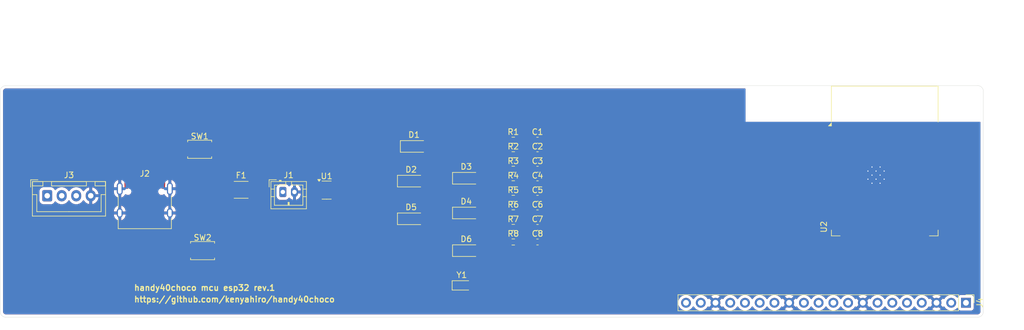
<source format=kicad_pcb>
(kicad_pcb (version 20241229) (generator "pcbnew") (generator_version "9.0")
  (layers (0 "F.Cu" signal) (2 "B.Cu" signal) (13 "F.Paste" user) (15 "B.Paste" user) (5 "F.SilkS" user "F.Silkscreen") (7 "B.SilkS" user "B.Silkscreen") (1 "F.Mask" user) (3 "B.Mask" user) (25 "Edge.Cuts" user))
  (net 0 "")
  (net 1 "/EN")
  (net 2 "Net-(C2-Pad1)")
  (net 3 "Net-(U1-BP)")
  (net 4 "Net-(C4-Pad1)")
  (net 5 "Net-(D1-K)")
  (net 6 "/VBUS")
  (net 7 "Net-(D3-A2)")
  (net 8 "/USB_P")
  (net 9 "/USB_M")
  (net 10 "Net-(J2-CC2)")
  (net 12 "Net-(J2-CC1)")
  (net 14 "Net-(J3-Pin_3)")
  (net 15 "Net-(J3-Pin_2)")
  (net 16 "/XTAL_P")
  (net 17 "/XTAL_N")
  (net 18 "/TXD0")
  (net 19 "/RXD0")
  (net 20 "/IO0")
  (net 22 "/COL11")
  (net 24 "/COL10")
  (net 36 "GND")
  (net 37 "+3.3VP")
  (net 38 "/ROW0")
  (net 39 "/ROW1")
  (net 40 "/ROW2")
  (net 41 "/ROW3")
  (net 42 "/VBAT")
  (net 43 "/COL0")
  (net 44 "/COL1")
  (net 45 "/COL2")
  (net 46 "/COL3")
  (net 47 "/COL4")
  (net 48 "/COL5")
  (net 49 "/COL6")
  (net 50 "/COL7")
  (net 51 "/COL8")
  (net 52 "/COL9")
  (footprint "Diode_SMD:D_SOD-123" (layer "F.Cu") (at 139.35 66.5)
    (property "Reference" "D2" (at 0 -2 0) (layer "F.SilkS"))
    (property "Value" "D_Schottky")
    (fp_line (start -2.36 -1) (end -2.36 1) (stroke (width 0.12)) (layer "F.SilkS"))
    (fp_line (start -2.36 -1) (end 1.65 -1) (stroke (width 0.12)) (layer "F.SilkS"))
    (fp_line (start -2.36 1) (end 1.65 1) (stroke (width 0.12)) (layer "F.SilkS"))
    (pad "1" smd roundrect (at -1.65 0) (size 0.9 1.2) (layers "F.Cu" "F.Mask" "F.Paste") (net 5 "Net-(D1-K)"))
    (pad "2" smd roundrect (at 1.65 0) (size 0.9 1.2) (layers "F.Cu" "F.Mask" "F.Paste") (net 42 "/VBAT"))
  )
  (footprint "Resistor_SMD:R_0603_1608Metric" (layer "F.Cu") (at 156.9575 59.43)
    (property "Reference" "R1" (at 0 -1.43 0) (layer "F.SilkS"))
    (property "Value" "5.1k")
    (fp_line (start -0.237258 -0.5225) (end 0.237258 -0.5225) (stroke (width 0.12)) (layer "F.SilkS"))
    (fp_line (start -0.237258 0.5225) (end 0.237258 0.5225) (stroke (width 0.12)) (layer "F.SilkS"))
    (pad "1" smd roundrect (at -0.825 0) (size 0.8 0.95) (layers "F.Cu" "F.Mask" "F.Paste") (net 10 "Net-(J2-CC2)"))
    (pad "2" smd roundrect (at 0.825 0) (size 0.8 0.95) (layers "F.Cu" "F.Mask" "F.Paste") (net 36 "GND"))
  )
  (footprint "Capacitor_SMD:C_0603_1608Metric_Pad1.08x0.95mm_HandSolder" (layer "F.Cu") (at 161.1375 61.94)
    (property "Reference" "C2" (at 0 -1.43 0) (layer "F.SilkS"))
    (property "Value" "15p")
    (fp_line (start -0.146267 -0.51) (end 0.146267 -0.51) (stroke (width 0.12)) (layer "F.SilkS"))
    (fp_line (start -0.146267 0.51) (end 0.146267 0.51) (stroke (width 0.12)) (layer "F.SilkS"))
    (pad "1" smd roundrect (at -0.8625 0) (size 1.075 0.95) (layers "F.Cu" "F.Mask" "F.Paste") (net 2 "Net-(C2-Pad1)"))
    (pad "2" smd roundrect (at 0.8625 0) (size 1.075 0.95) (layers "F.Cu" "F.Mask" "F.Paste") (net 36 "GND"))
  )
  (footprint "Package_TO_SOT_SMD:SOT-23-5" (layer "F.Cu") (at 124.785 68.045)
    (property "Reference" "U1" (at 0 -2.4 0) (layer "F.SilkS"))
    (property "Value" "MIC5219-3.3YM5")
    (fp_line (start 0 -1.56) (end -0.8 -1.56) (stroke (width 0.12)) (layer "F.SilkS"))
    (fp_line (start 0 -1.56) (end 0.8 -1.56) (stroke (width 0.12)) (layer "F.SilkS"))
    (fp_line (start 0 1.56) (end -0.8 1.56) (stroke (width 0.12)) (layer "F.SilkS"))
    (fp_line (start 0 1.56) (end 0.8 1.56) (stroke (width 0.12)) (layer "F.SilkS"))
    (fp_poly (pts (xy -1.3 -1.51) (xy -1.54 -1.84) (xy -1.06 -1.84)) (stroke (width 0.12)) (fill yes) (layer "F.SilkS"))
    (pad "1" smd roundrect (at -1.1375 -0.95) (size 1.325 0.6) (layers "F.Cu" "F.Mask" "F.Paste") (net 5 "Net-(D1-K)"))
    (pad "2" smd roundrect (at -1.1375 0) (size 1.325 0.6) (layers "F.Cu" "F.Mask" "F.Paste") (net 36 "GND"))
    (pad "3" smd roundrect (at -1.1375 0.95) (size 1.325 0.6) (layers "F.Cu" "F.Mask" "F.Paste") (net 5 "Net-(D1-K)"))
    (pad "4" smd roundrect (at 1.1375 0.95) (size 1.325 0.6) (layers "F.Cu" "F.Mask" "F.Paste") (net 3 "Net-(U1-BP)"))
    (pad "5" smd roundrect (at 1.1375 -0.95) (size 1.325 0.6) (layers "F.Cu" "F.Mask" "F.Paste") (net 37 "+3.3VP"))
  )
  (footprint "Capacitor_SMD:C_0603_1608Metric_Pad1.08x0.95mm_HandSolder" (layer "F.Cu") (at 161.1375 71.98)
    (property "Reference" "C6" (at 0 -1.43 0) (layer "F.SilkS"))
    (property "Value" "1u")
    (fp_line (start -0.146267 -0.51) (end 0.146267 -0.51) (stroke (width 0.12)) (layer "F.SilkS"))
    (fp_line (start -0.146267 0.51) (end 0.146267 0.51) (stroke (width 0.12)) (layer "F.SilkS"))
    (pad "1" smd roundrect (at -0.8625 0) (size 1.075 0.95) (layers "F.Cu" "F.Mask" "F.Paste") (net 37 "+3.3VP"))
    (pad "2" smd roundrect (at 0.8625 0) (size 1.075 0.95) (layers "F.Cu" "F.Mask" "F.Paste") (net 36 "GND"))
  )
  (footprint "Fuse:Fuse_Littelfuse-NANO2-451_453" (layer "F.Cu") (at 110.045 68)
    (property "Reference" "F1" (at 0 -2.5 0) (layer "F.SilkS"))
    (property "Value" "Polyfuse_Small")
    (fp_line (start -1.215 -1.455) (end 1.215 -1.455) (stroke (width 0.12)) (layer "F.SilkS"))
    (fp_line (start -1.215 1.455) (end 1.215 1.455) (stroke (width 0.12)) (layer "F.SilkS"))
    (pad "1" smd rect (at -2.455 0) (size 1.96 3.15) (layers "F.Cu" "F.Mask" "F.Paste") (net 7 "Net-(D3-A2)"))
    (pad "2" smd rect (at 2.455 0) (size 1.96 3.15) (layers "F.Cu" "F.Mask" "F.Paste") (net 6 "/VBUS"))
  )
  (footprint "Capacitor_SMD:C_0603_1608Metric_Pad1.08x0.95mm_HandSolder" (layer "F.Cu") (at 161.1375 59.43)
    (property "Reference" "C1" (at 0 -1.43 0) (layer "F.SilkS"))
    (property "Value" "10n")
    (fp_line (start -0.146267 -0.51) (end 0.146267 -0.51) (stroke (width 0.12)) (layer "F.SilkS"))
    (fp_line (start -0.146267 0.51) (end 0.146267 0.51) (stroke (width 0.12)) (layer "F.SilkS"))
    (pad "1" smd roundrect (at -0.8625 0) (size 1.075 0.95) (layers "F.Cu" "F.Mask" "F.Paste") (net 1 "/EN"))
    (pad "2" smd roundrect (at 0.8625 0) (size 1.075 0.95) (layers "F.Cu" "F.Mask" "F.Paste") (net 36 "GND"))
  )
  (footprint "Connector_USB:USB_C_Receptacle_XKB_U262-16XN-4BVC11" (layer "F.Cu") (at 93.435 70.92)
    (property "Reference" "J2" (at 0 -5.715 0) (layer "F.SilkS"))
    (property "Value" "USB_C_Receptacle_USB2.0_16P")
    (fp_line (start -4.58 -1.85) (end -4.58 0.07) (stroke (width 0.12)) (layer "F.SilkS"))
    (fp_line (start -4.58 3.785) (end -4.58 2.08) (stroke (width 0.12)) (layer "F.SilkS"))
    (fp_line (start 4.58 0.07) (end 4.58 -1.85) (stroke (width 0.12)) (layer "F.SilkS"))
    (fp_line (start 4.58 2.08) (end 4.58 3.785) (stroke (width 0.12)) (layer "F.SilkS"))
    (fp_line (start 4.58 3.785) (end -4.58 3.785) (stroke (width 0.12)) (layer "F.SilkS"))
    (pad "" np_thru_hole circle (at -2.89 -2.605) (size 0.65 0.65) (drill 0.65) (layers "*.Cu" "*.Mask"))
    (pad "" np_thru_hole circle (at 2.89 -2.605) (size 0.65 0.65) (drill 0.65) (layers "*.Cu" "*.Mask"))
    (pad "A1" smd rect (at -3.35 -3.67) (size 0.3 1.15) (layers "F.Cu" "F.Mask" "F.Paste") (net 36 "GND"))
    (pad "A4" smd rect (at -2.55 -3.67) (size 0.3 1.15) (layers "F.Cu" "F.Mask" "F.Paste") (net 7 "Net-(D3-A2)"))
    (pad "A5" smd rect (at -1.25 -3.67) (size 0.3 1.15) (layers "F.Cu" "F.Mask" "F.Paste") (net 12 "Net-(J2-CC1)"))
    (pad "A6" smd rect (at -0.25 -3.67) (size 0.3 1.15) (layers "F.Cu" "F.Mask" "F.Paste") (net 8 "/USB_P"))
    (pad "A7" smd rect (at 0.25 -3.67) (size 0.3 1.15) (layers "F.Cu" "F.Mask" "F.Paste") (net 9 "/USB_M"))
    (pad "A8" smd rect (at 1.25 -3.67) (size 0.3 1.15) (layers "F.Cu" "F.Mask" "F.Paste"))
    (pad "A9" smd rect (at 2.55 -3.67) (size 0.3 1.15) (layers "F.Cu" "F.Mask" "F.Paste") (net 7 "Net-(D3-A2)"))
    (pad "A12" smd rect (at 3.35 -3.67) (size 0.3 1.15) (layers "F.Cu" "F.Mask" "F.Paste") (net 36 "GND"))
    (pad "B1" smd rect (at 3.05 -3.67) (size 0.3 1.15) (layers "F.Cu" "F.Mask" "F.Paste") (net 36 "GND"))
    (pad "B4" smd rect (at 2.25 -3.67) (size 0.3 1.15) (layers "F.Cu" "F.Mask" "F.Paste") (net 7 "Net-(D3-A2)"))
    (pad "B5" smd rect (at 1.75 -3.67) (size 0.3 1.15) (layers "F.Cu" "F.Mask" "F.Paste") (net 10 "Net-(J2-CC2)"))
    (pad "B6" smd rect (at 0.75 -3.67) (size 0.3 1.15) (layers "F.Cu" "F.Mask" "F.Paste") (net 8 "/USB_P"))
    (pad "B7" smd rect (at -0.75 -3.67) (size 0.3 1.15) (layers "F.Cu" "F.Mask" "F.Paste") (net 9 "/USB_M"))
    (pad "B8" smd rect (at -1.75 -3.67) (size 0.3 1.15) (layers "F.Cu" "F.Mask" "F.Paste"))
    (pad "B9" smd rect (at -2.25 -3.67) (size 0.3 1.15) (layers "F.Cu" "F.Mask" "F.Paste") (net 7 "Net-(D3-A2)"))
    (pad "B12" smd rect (at -3.05 -3.67) (size 0.3 1.15) (layers "F.Cu" "F.Mask" "F.Paste") (net 36 "GND"))
    (pad "S1" thru_hole oval (at -4.32 -3.105) (size 1 2.1) (drill oval 0.6 1.7) (property pad_prop_heatsink) (layers "*.Cu" "*.Mask") (net 36 "GND"))
    (pad "S1" thru_hole oval (at -4.32 1.075) (size 1 1.6) (drill oval 0.6 1.2) (property pad_prop_heatsink) (layers "*.Cu" "*.Mask") (net 36 "GND"))
    (pad "S1" thru_hole oval (at 4.32 -3.105) (size 1 2.1) (drill oval 0.6 1.7) (property pad_prop_heatsink) (layers "*.Cu" "*.Mask") (net 36 "GND"))
    (pad "S1" thru_hole oval (at 4.32 1.075) (size 1 1.6) (drill oval 0.6 1.2) (property pad_prop_heatsink) (layers "*.Cu" "*.Mask") (net 36 "GND"))
  )
  (footprint "Connector_PinHeader_2.54mm:PinHeader_1x20_P2.54mm_Vertical" (layer "F.Cu") (at 235 87.5 -90)
    (property "Reference" "J4" (at 0 -2.38 90) (layer "F.SilkS"))
    (property "Value" "Conn_01x20")
    (fp_line (start -1.38 49.64) (end 1.38 49.64) (stroke (width 0.12)) (layer "F.SilkS"))
    (fp_line (start -1.38 1.27) (end -1.38 49.64) (stroke (width 0.12)) (layer "F.SilkS"))
    (fp_line (start -1.38 1.27) (end 1.38 1.27) (stroke (width 0.12)) (layer "F.SilkS"))
    (fp_line (start 1.38 1.27) (end 1.38 49.64) (stroke (width 0.12)) (layer "F.SilkS"))
    (fp_line (start -1.38 0) (end -1.38 -1.38) (stroke (width 0.12)) (layer "F.SilkS"))
    (fp_line (start -1.38 -1.38) (end 0 -1.38) (stroke (width 0.12)) (layer "F.SilkS"))
    (pad "1" thru_hole rect (at 0 0 270) (size 1.7 1.7) (drill 1) (layers "*.Cu" "*.Mask") (net 41 "/ROW3"))
    (pad "2" thru_hole circle (at 0 2.54 270) (size 1.7 1.7) (drill 1) (layers "*.Cu" "*.Mask") (net 40 "/ROW2"))
    (pad "3" thru_hole circle (at 0 5.08 270) (size 1.7 1.7) (drill 1) (layers "*.Cu" "*.Mask") (net 36 "GND"))
    (pad "4" thru_hole circle (at 0 7.62 270) (size 1.7 1.7) (drill 1) (layers "*.Cu" "*.Mask") (net 39 "/ROW1"))
    (pad "5" thru_hole circle (at 0 10.16 270) (size 1.7 1.7) (drill 1) (layers "*.Cu" "*.Mask") (net 38 "/ROW0"))
    (pad "6" thru_hole circle (at 0 12.7 270) (size 1.7 1.7) (drill 1) (layers "*.Cu" "*.Mask") (net 22 "/COL11"))
    (pad "7" thru_hole circle (at 0 15.24 270) (size 1.7 1.7) (drill 1) (layers "*.Cu" "*.Mask") (net 24 "/COL10"))
    (pad "8" thru_hole circle (at 0 17.78 270) (size 1.7 1.7) (drill 1) (layers "*.Cu" "*.Mask") (net 36 "GND"))
    (pad "9" thru_hole circle (at 0 20.32 270) (size 1.7 1.7) (drill 1) (layers "*.Cu" "*.Mask") (net 52 "/COL9"))
    (pad "10" thru_hole circle (at 0 22.86 270) (size 1.7 1.7) (drill 1) (layers "*.Cu" "*.Mask") (net 51 "/COL8"))
    (pad "11" thru_hole circle (at 0 25.4 270) (size 1.7 1.7) (drill 1) (layers "*.Cu" "*.Mask") (net 50 "/COL7"))
    (pad "12" thru_hole circle (at 0 27.94 270) (size 1.7 1.7) (drill 1) (layers "*.Cu" "*.Mask") (net 49 "/COL6"))
    (pad "13" thru_hole circle (at 0 30.48 270) (size 1.7 1.7) (drill 1) (layers "*.Cu" "*.Mask") (net 36 "GND"))
    (pad "14" thru_hole circle (at 0 33.02 270) (size 1.7 1.7) (drill 1) (layers "*.Cu" "*.Mask") (net 48 "/COL5"))
    (pad "15" thru_hole circle (at 0 35.56 270) (size 1.7 1.7) (drill 1) (layers "*.Cu" "*.Mask") (net 47 "/COL4"))
    (pad "16" thru_hole circle (at 0 38.1 270) (size 1.7 1.7) (drill 1) (layers "*.Cu" "*.Mask") (net 46 "/COL3"))
    (pad "17" thru_hole circle (at 0 40.64 270) (size 1.7 1.7) (drill 1) (layers "*.Cu" "*.Mask") (net 45 "/COL2"))
    (pad "18" thru_hole circle (at 0 43.18 270) (size 1.7 1.7) (drill 1) (layers "*.Cu" "*.Mask") (net 36 "GND"))
    (pad "19" thru_hole circle (at 0 45.72 270) (size 1.7 1.7) (drill 1) (layers "*.Cu" "*.Mask") (net 44 "/COL1"))
    (pad "20" thru_hole circle (at 0 48.26 270) (size 1.7 1.7) (drill 1) (layers "*.Cu" "*.Mask") (net 43 "/COL0"))
  )
  (footprint "Resistor_SMD:R_0603_1608Metric" (layer "F.Cu") (at 156.9575 69.47)
    (property "Reference" "R5" (at 0 -1.43 0) (layer "F.SilkS"))
    (property "Value" "0")
    (fp_line (start -0.237258 -0.5225) (end 0.237258 -0.5225) (stroke (width 0.12)) (layer "F.SilkS"))
    (fp_line (start -0.237258 0.5225) (end 0.237258 0.5225) (stroke (width 0.12)) (layer "F.SilkS"))
    (pad "1" smd roundrect (at -0.825 0) (size 0.8 0.95) (layers "F.Cu" "F.Mask" "F.Paste") (net 2 "Net-(C2-Pad1)"))
    (pad "2" smd roundrect (at 0.825 0) (size 0.8 0.95) (layers "F.Cu" "F.Mask" "F.Paste") (net 16 "/XTAL_P"))
  )
  (footprint "Diode_SMD:D_SOD-123" (layer "F.Cu") (at 139.85 60.5)
    (property "Reference" "D1" (at 0 -2 0) (layer "F.SilkS"))
    (property "Value" "D_Schottky")
    (fp_line (start -2.36 -1) (end -2.36 1) (stroke (width 0.12)) (layer "F.SilkS"))
    (fp_line (start -2.36 -1) (end 1.65 -1) (stroke (width 0.12)) (layer "F.SilkS"))
    (fp_line (start -2.36 1) (end 1.65 1) (stroke (width 0.12)) (layer "F.SilkS"))
    (pad "1" smd roundrect (at -1.65 0) (size 0.9 1.2) (layers "F.Cu" "F.Mask" "F.Paste") (net 5 "Net-(D1-K)"))
    (pad "2" smd roundrect (at 1.65 0) (size 0.9 1.2) (layers "F.Cu" "F.Mask" "F.Paste") (net 6 "/VBUS"))
  )
  (footprint "Button_Switch_SMD:SW_Push_SPST_NO_Alps_SKRK" (layer "F.Cu") (at 103.4 78.5)
    (property "Reference" "SW2" (at 0 -2.25 0) (layer "F.SilkS"))
    (property "Value" "SW_Push")
    (fp_line (start -2.07 -1.57) (end 2.07 -1.57) (stroke (width 0.12)) (layer "F.SilkS"))
    (fp_line (start -2.07 -1.27) (end -2.07 -1.57) (stroke (width 0.12)) (layer "F.SilkS"))
    (fp_line (start -2.07 1.57) (end -2.07 1.27) (stroke (width 0.12)) (layer "F.SilkS"))
    (fp_line (start 2.07 -1.57) (end 2.07 -1.27) (stroke (width 0.12)) (layer "F.SilkS"))
    (fp_line (start 2.07 1.27) (end 2.07 1.57) (stroke (width 0.12)) (layer "F.SilkS"))
    (fp_line (start 2.07 1.57) (end -2.07 1.57) (stroke (width 0.12)) (layer "F.SilkS"))
    (pad "1" smd roundrect (at -2.1 0) (size 0.8 2) (layers "F.Cu" "F.Mask" "F.Paste") (net 36 "GND"))
    (pad "2" smd roundrect (at 2.1 0) (size 0.8 2) (layers "F.Cu" "F.Mask" "F.Paste") (net 20 "/IO0"))
  )
  (footprint "Diode_SMD:D_SOD-123" (layer "F.Cu") (at 148.85 72)
    (property "Reference" "D4" (at 0 -2 0) (layer "F.SilkS"))
    (property "Value" "D_TVS")
    (fp_line (start -2.36 -1) (end -2.36 1) (stroke (width 0.12)) (layer "F.SilkS"))
    (fp_line (start -2.36 -1) (end 1.65 -1) (stroke (width 0.12)) (layer "F.SilkS"))
    (fp_line (start -2.36 1) (end 1.65 1) (stroke (width 0.12)) (layer "F.SilkS"))
    (pad "1" smd roundrect (at -1.65 0) (size 0.9 1.2) (layers "F.Cu" "F.Mask" "F.Paste") (net 36 "GND"))
    (pad "2" smd roundrect (at 1.65 0) (size 0.9 1.2) (layers "F.Cu" "F.Mask" "F.Paste") (net 8 "/USB_P"))
  )
  (footprint "Diode_SMD:D_SOD-123" (layer "F.Cu") (at 148.85 66)
    (property "Reference" "D3" (at 0 -2 0) (layer "F.SilkS"))
    (property "Value" "D_TVS")
    (fp_line (start -2.36 -1) (end -2.36 1) (stroke (width 0.12)) (layer "F.SilkS"))
    (fp_line (start -2.36 -1) (end 1.65 -1) (stroke (width 0.12)) (layer "F.SilkS"))
    (fp_line (start -2.36 1) (end 1.65 1) (stroke (width 0.12)) (layer "F.SilkS"))
    (pad "1" smd roundrect (at -1.65 0) (size 0.9 1.2) (layers "F.Cu" "F.Mask" "F.Paste") (net 36 "GND"))
    (pad "2" smd roundrect (at 1.65 0) (size 0.9 1.2) (layers "F.Cu" "F.Mask" "F.Paste") (net 7 "Net-(D3-A2)"))
  )
  (footprint "Button_Switch_SMD:SW_Push_SPST_NO_Alps_SKRK" (layer "F.Cu") (at 102.9 61)
    (property "Reference" "SW1" (at 0 -2.25 0) (layer "F.SilkS"))
    (property "Value" "SW_Push")
    (fp_line (start -2.07 -1.57) (end 2.07 -1.57) (stroke (width 0.12)) (layer "F.SilkS"))
    (fp_line (start -2.07 -1.27) (end -2.07 -1.57) (stroke (width 0.12)) (layer "F.SilkS"))
    (fp_line (start -2.07 1.57) (end -2.07 1.27) (stroke (width 0.12)) (layer "F.SilkS"))
    (fp_line (start 2.07 -1.57) (end 2.07 -1.27) (stroke (width 0.12)) (layer "F.SilkS"))
    (fp_line (start 2.07 1.27) (end 2.07 1.57) (stroke (width 0.12)) (layer "F.SilkS"))
    (fp_line (start 2.07 1.57) (end -2.07 1.57) (stroke (width 0.12)) (layer "F.SilkS"))
    (pad "1" smd roundrect (at -2.1 0) (size 0.8 2) (layers "F.Cu" "F.Mask" "F.Paste") (net 36 "GND"))
    (pad "2" smd roundrect (at 2.1 0) (size 0.8 2) (layers "F.Cu" "F.Mask" "F.Paste") (net 1 "/EN"))
  )
  (footprint "Resistor_SMD:R_0603_1608Metric" (layer "F.Cu") (at 156.9575 64.45)
    (property "Reference" "R3" (at 0 -1.43 0) (layer "F.SilkS"))
    (property "Value" "10k")
    (fp_line (start -0.237258 -0.5225) (end 0.237258 -0.5225) (stroke (width 0.12)) (layer "F.SilkS"))
    (fp_line (start -0.237258 0.5225) (end 0.237258 0.5225) (stroke (width 0.12)) (layer "F.SilkS"))
    (pad "1" smd roundrect (at -0.825 0) (size 0.8 0.95) (layers "F.Cu" "F.Mask" "F.Paste") (net 37 "+3.3VP"))
    (pad "2" smd roundrect (at 0.825 0) (size 0.8 0.95) (layers "F.Cu" "F.Mask" "F.Paste") (net 1 "/EN"))
  )
  (footprint "Capacitor_SMD:C_0603_1608Metric_Pad1.08x0.95mm_HandSolder" (layer "F.Cu") (at 161.1375 66.96)
    (property "Reference" "C4" (at 0 -1.43 0) (layer "F.SilkS"))
    (property "Value" "15p")
    (fp_line (start -0.146267 -0.51) (end 0.146267 -0.51) (stroke (width 0.12)) (layer "F.SilkS"))
    (fp_line (start -0.146267 0.51) (end 0.146267 0.51) (stroke (width 0.12)) (layer "F.SilkS"))
    (pad "1" smd roundrect (at -0.8625 0) (size 1.075 0.95) (layers "F.Cu" "F.Mask" "F.Paste") (net 4 "Net-(C4-Pad1)"))
    (pad "2" smd roundrect (at 0.8625 0) (size 1.075 0.95) (layers "F.Cu" "F.Mask" "F.Paste") (net 36 "GND"))
  )
  (footprint "Crystal:Crystal_SMD_2012-2Pin_2.0x1.2mm_HandSoldering" (layer "F.Cu") (at 148.075 84.5)
    (property "Reference" "Y1" (at 0 -1.8 0) (layer "F.SilkS"))
    (property "Value" "32k")
    (fp_line (start -1.65 -0.8) (end -1.65 0.8) (stroke (width 0.12)) (layer "F.SilkS"))
    (fp_line (start -1.65 0.8) (end 1.2 0.8) (stroke (width 0.12)) (layer "F.SilkS"))
    (fp_line (start 1.2 -0.8) (end -1.65 -0.8) (stroke (width 0.12)) (layer "F.SilkS"))
    (pad "1" smd rect (at -0.925 0) (size 1.05 1.1) (layers "F.Cu" "F.Mask" "F.Paste") (net 2 "Net-(C2-Pad1)"))
    (pad "2" smd rect (at 0.925 0) (size 1.05 1.1) (layers "F.Cu" "F.Mask" "F.Paste") (net 4 "Net-(C4-Pad1)"))
  )
  (footprint "Resistor_SMD:R_0603_1608Metric" (layer "F.Cu") (at 156.9575 61.94)
    (property "Reference" "R2" (at 0 -1.43 0) (layer "F.SilkS"))
    (property "Value" "5.1k")
    (fp_line (start -0.237258 -0.5225) (end 0.237258 -0.5225) (stroke (width 0.12)) (layer "F.SilkS"))
    (fp_line (start -0.237258 0.5225) (end 0.237258 0.5225) (stroke (width 0.12)) (layer "F.SilkS"))
    (pad "1" smd roundrect (at -0.825 0) (size 0.8 0.95) (layers "F.Cu" "F.Mask" "F.Paste") (net 12 "Net-(J2-CC1)"))
    (pad "2" smd roundrect (at 0.825 0) (size 0.8 0.95) (layers "F.Cu" "F.Mask" "F.Paste") (net 36 "GND"))
  )
  (footprint "Capacitor_SMD:C_0603_1608Metric_Pad1.08x0.95mm_HandSolder" (layer "F.Cu") (at 161.1375 64.45)
    (property "Reference" "C3" (at 0 -1.43 0) (layer "F.SilkS"))
    (property "Value" "470p")
    (fp_line (start -0.146267 -0.51) (end 0.146267 -0.51) (stroke (width 0.12)) (layer "F.SilkS"))
    (fp_line (start -0.146267 0.51) (end 0.146267 0.51) (stroke (width 0.12)) (layer "F.SilkS"))
    (pad "1" smd roundrect (at -0.8625 0) (size 1.075 0.95) (layers "F.Cu" "F.Mask" "F.Paste") (net 3 "Net-(U1-BP)"))
    (pad "2" smd roundrect (at 0.8625 0) (size 1.075 0.95) (layers "F.Cu" "F.Mask" "F.Paste") (net 36 "GND"))
  )
  (footprint "Resistor_SMD:R_0603_1608Metric" (layer "F.Cu") (at 156.9575 77)
    (property "Reference" "R8" (at 0 -1.43 0) (layer "F.SilkS"))
    (property "Value" "0")
    (fp_line (start -0.237258 -0.5225) (end 0.237258 -0.5225) (stroke (width 0.12)) (layer "F.SilkS"))
    (fp_line (start -0.237258 0.5225) (end 0.237258 0.5225) (stroke (width 0.12)) (layer "F.SilkS"))
    (pad "1" smd roundrect (at -0.825 0) (size 0.8 0.95) (layers "F.Cu" "F.Mask" "F.Paste") (net 19 "/RXD0"))
    (pad "2" smd roundrect (at 0.825 0) (size 0.8 0.95) (layers "F.Cu" "F.Mask" "F.Paste") (net 14 "Net-(J3-Pin_3)"))
  )
  (footprint "Resistor_SMD:R_0603_1608Metric" (layer "F.Cu") (at 156.9575 66.96)
    (property "Reference" "R4" (at 0 -1.43 0) (layer "F.SilkS"))
    (property "Value" "[10M]")
    (fp_line (start -0.237258 -0.5225) (end 0.237258 -0.5225) (stroke (width 0.12)) (layer "F.SilkS"))
    (fp_line (start -0.237258 0.5225) (end 0.237258 0.5225) (stroke (width 0.12)) (layer "F.SilkS"))
    (pad "1" smd roundrect (at -0.825 0) (size 0.8 0.95) (layers "F.Cu" "F.Mask" "F.Paste") (net 2 "Net-(C2-Pad1)"))
    (pad "2" smd roundrect (at 0.825 0) (size 0.8 0.95) (layers "F.Cu" "F.Mask" "F.Paste") (net 4 "Net-(C4-Pad1)"))
  )
  (footprint "Capacitor_SMD:C_0603_1608Metric_Pad1.08x0.95mm_HandSolder" (layer "F.Cu") (at 161.1375 69.47)
    (property "Reference" "C5" (at 0 -1.43 0) (layer "F.SilkS"))
    (property "Value" "100n")
    (fp_line (start -0.146267 -0.51) (end 0.146267 -0.51) (stroke (width 0.12)) (layer "F.SilkS"))
    (fp_line (start -0.146267 0.51) (end 0.146267 0.51) (stroke (width 0.12)) (layer "F.SilkS"))
    (pad "1" smd roundrect (at -0.8625 0) (size 1.075 0.95) (layers "F.Cu" "F.Mask" "F.Paste") (net 37 "+3.3VP"))
    (pad "2" smd roundrect (at 0.8625 0) (size 1.075 0.95) (layers "F.Cu" "F.Mask" "F.Paste") (net 36 "GND"))
  )
  (footprint "Connector_JST:JST_PH_B2B-PH-K_1x02_P2.00mm_Vertical" (layer "F.Cu") (at 117.235 68.37)
    (property "Reference" "J1" (at 1 -2.9 0) (layer "F.SilkS"))
    (property "Value" "Conn_01x02")
    (fp_line (start -2.36 -2.11) (end -2.36 -0.86) (stroke (width 0.12)) (layer "F.SilkS"))
    (fp_line (start -2.06 -1.81) (end -2.06 2.91) (stroke (width 0.12)) (layer "F.SilkS"))
    (fp_line (start -2.06 -0.5) (end -1.45 -0.5) (stroke (width 0.12)) (layer "F.SilkS"))
    (fp_line (start -2.06 0.8) (end -1.45 0.8) (stroke (width 0.12)) (layer "F.SilkS"))
    (fp_line (start -2.06 2.91) (end 4.06 2.91) (stroke (width 0.12)) (layer "F.SilkS"))
    (fp_line (start -1.45 -1.2) (end -1.45 2.3) (stroke (width 0.12)) (layer "F.SilkS"))
    (fp_line (start -1.45 2.3) (end 3.45 2.3) (stroke (width 0.12)) (layer "F.SilkS"))
    (fp_line (start -1.11 -2.11) (end -2.36 -2.11) (stroke (width 0.12)) (layer "F.SilkS"))
    (fp_line (start -0.6 -2.01) (end -0.6 -1.81) (stroke (width 0.12)) (layer "F.SilkS"))
    (fp_line (start -0.3 -2.01) (end -0.6 -2.01) (stroke (width 0.12)) (layer "F.SilkS"))
    (fp_line (start -0.3 -1.91) (end -0.6 -1.91) (stroke (width 0.12)) (layer "F.SilkS"))
    (fp_line (start -0.3 -1.81) (end -0.3 -2.01) (stroke (width 0.12)) (layer "F.SilkS"))
    (fp_line (start 0.5 -1.81) (end 0.5 -1.2) (stroke (width 0.12)) (layer "F.SilkS"))
    (fp_line (start 0.5 -1.2) (end -1.45 -1.2) (stroke (width 0.12)) (layer "F.SilkS"))
    (fp_line (start 0.9 1.8) (end 1.1 1.8) (stroke (width 0.12)) (layer "F.SilkS"))
    (fp_line (start 0.9 2.3) (end 0.9 1.8) (stroke (width 0.12)) (layer "F.SilkS"))
    (fp_line (start 1 2.3) (end 1 1.8) (stroke (width 0.12)) (layer "F.SilkS"))
    (fp_line (start 1.1 1.8) (end 1.1 2.3) (stroke (width 0.12)) (layer "F.SilkS"))
    (fp_line (start 1.5 -1.2) (end 1.5 -1.81) (stroke (width 0.12)) (layer "F.SilkS"))
    (fp_line (start 3.45 -1.2) (end 1.5 -1.2) (stroke (width 0.12)) (layer "F.SilkS"))
    (fp_line (start 3.45 2.3) (end 3.45 -1.2) (stroke (width 0.12)) (layer "F.SilkS"))
    (fp_line (start 4.06 -1.81) (end -2.06 -1.81) (stroke (width 0.12)) (layer "F.SilkS"))
    (fp_line (start 4.06 -0.5) (end 3.45 -0.5) (stroke (width 0.12)) (layer "F.SilkS"))
    (fp_line (start 4.06 0.8) (end 3.45 0.8) (stroke (width 0.12)) (layer "F.SilkS"))
    (fp_line (start 4.06 2.91) (end 4.06 -1.81) (stroke (width 0.12)) (layer "F.SilkS"))
    (pad "1" thru_hole roundrect (at 0 0) (size 1.2 1.75) (drill 0.75) (layers "*.Cu" "*.Mask") (roundrect_rratio 0.208333) (net 42 "/VBAT"))
    (pad "2" thru_hole oval (at 2 0) (size 1.2 1.75) (drill 0.75) (layers "*.Cu" "*.Mask") (net 36 "GND"))
  )
  (footprint "Resistor_SMD:R_0603_1608Metric" (layer "F.Cu") (at 156.9575 74.49)
    (property "Reference" "R7" (at 0 -1.43 0) (layer "F.SilkS"))
    (property "Value" "0")
    (fp_line (start -0.237258 -0.5225) (end 0.237258 -0.5225) (stroke (width 0.12)) (layer "F.SilkS"))
    (fp_line (start -0.237258 0.5225) (end 0.237258 0.5225) (stroke (width 0.12)) (layer "F.SilkS"))
    (pad "1" smd roundrect (at -0.825 0) (size 0.8 0.95) (layers "F.Cu" "F.Mask" "F.Paste") (net 18 "/TXD0"))
    (pad "2" smd roundrect (at 0.825 0) (size 0.8 0.95) (layers "F.Cu" "F.Mask" "F.Paste") (net 15 "Net-(J3-Pin_2)"))
  )
  (footprint "Capacitor_SMD:C_0603_1608Metric_Pad1.08x0.95mm_HandSolder" (layer "F.Cu") (at 161.1375 74.49)
    (property "Reference" "C7" (at 0 -1.43 0) (layer "F.SilkS"))
    (property "Value" "10u")
    (fp_line (start -0.146267 -0.51) (end 0.146267 -0.51) (stroke (width 0.12)) (layer "F.SilkS"))
    (fp_line (start -0.146267 0.51) (end 0.146267 0.51) (stroke (width 0.12)) (layer "F.SilkS"))
    (pad "1" smd roundrect (at -0.8625 0) (size 1.075 0.95) (layers "F.Cu" "F.Mask" "F.Paste") (net 37 "+3.3VP"))
    (pad "2" smd roundrect (at 0.8625 0) (size 1.075 0.95) (layers "F.Cu" "F.Mask" "F.Paste") (net 36 "GND"))
  )
  (footprint "Diode_SMD:D_SOD-123" (layer "F.Cu") (at 148.85 78.5)
    (property "Reference" "D6" (at 0 -2 0) (layer "F.SilkS"))
    (property "Value" "D_TVS")
    (fp_line (start -2.36 -1) (end -2.36 1) (stroke (width 0.12)) (layer "F.SilkS"))
    (fp_line (start -2.36 -1) (end 1.65 -1) (stroke (width 0.12)) (layer "F.SilkS"))
    (fp_line (start -2.36 1) (end 1.65 1) (stroke (width 0.12)) (layer "F.SilkS"))
    (pad "1" smd roundrect (at -1.65 0) (size 0.9 1.2) (layers "F.Cu" "F.Mask" "F.Paste") (net 36 "GND"))
    (pad "2" smd roundrect (at 1.65 0) (size 0.9 1.2) (layers "F.Cu" "F.Mask" "F.Paste") (net 9 "/USB_M"))
  )
  (footprint "RF_Module:ESP32-S3-WROOM-1" (layer "F.Cu") (at 221 63)
    (property "Reference" "U2" (at -10.5 11.4 90) (layer "F.SilkS"))
    (property "Value" "ESP32-S3-WROOM-1")
    (fp_line (start -9.2 -12.9) (end -9.2 -6.7) (stroke (width 0.12)) (layer "F.SilkS"))
    (fp_line (start -9.2 -12.9) (end 9.2 -12.9) (stroke (width 0.12)) (layer "F.SilkS"))
    (fp_line (start -9.2 11.95) (end -9.2 12.95) (stroke (width 0.12)) (layer "F.SilkS"))
    (fp_line (start -9.2 12.95) (end -7.7 12.95) (stroke (width 0.12)) (layer "F.SilkS"))
    (fp_line (start 9.2 -12.9) (end 9.2 -6.7) (stroke (width 0.12)) (layer "F.SilkS"))
    (fp_line (start 9.2 12.95) (end 7.7 12.95) (stroke (width 0.12)) (layer "F.SilkS"))
    (fp_line (start 9.2 12.95) (end 9.2 11.95) (stroke (width 0.12)) (layer "F.SilkS"))
    (fp_poly (pts (xy -9.2 -6.025) (xy -9.7 -6.025) (xy -9.2 -6.525) (xy -9.2 -6.025)) (stroke (width 0.12)) (fill yes) (layer "F.SilkS"))
    (pad "1" smd rect (at -8.75 -5.26) (size 1.5 0.9) (layers "F.Cu" "F.Mask" "F.Paste") (net 36 "GND"))
    (pad "2" smd rect (at -8.75 -3.99) (size 1.5 0.9) (layers "F.Cu" "F.Mask" "F.Paste") (net 37 "+3.3VP"))
    (pad "3" smd rect (at -8.75 -2.72) (size 1.5 0.9) (layers "F.Cu" "F.Mask" "F.Paste") (net 1 "/EN"))
    (pad "4" smd rect (at -8.75 -1.45) (size 1.5 0.9) (layers "F.Cu" "F.Mask" "F.Paste") (net 43 "/COL0"))
    (pad "5" smd rect (at -8.75 -0.18) (size 1.5 0.9) (layers "F.Cu" "F.Mask" "F.Paste") (net 44 "/COL1"))
    (pad "6" smd rect (at -8.75 1.09) (size 1.5 0.9) (layers "F.Cu" "F.Mask" "F.Paste") (net 45 "/COL2"))
    (pad "7" smd rect (at -8.75 2.36) (size 1.5 0.9) (layers "F.Cu" "F.Mask" "F.Paste") (net 46 "/COL3"))
    (pad "8" smd rect (at -8.75 3.63) (size 1.5 0.9) (layers "F.Cu" "F.Mask" "F.Paste") (net 16 "/XTAL_P"))
    (pad "9" smd rect (at -8.75 4.9) (size 1.5 0.9) (layers "F.Cu" "F.Mask" "F.Paste") (net 17 "/XTAL_N"))
    (pad "10" smd rect (at -8.75 6.17) (size 1.5 0.9) (layers "F.Cu" "F.Mask" "F.Paste") (net 47 "/COL4"))
    (pad "11" smd rect (at -8.75 7.44) (size 1.5 0.9) (layers "F.Cu" "F.Mask" "F.Paste") (net 48 "/COL5"))
    (pad "12" smd rect (at -8.75 8.71) (size 1.5 0.9) (layers "F.Cu" "F.Mask" "F.Paste") (net 49 "/COL6"))
    (pad "13" smd rect (at -8.75 9.98) (size 1.5 0.9) (layers "F.Cu" "F.Mask" "F.Paste") (net 9 "/USB_M"))
    (pad "14" smd rect (at -8.75 11.25 180) (size 1.5 0.9) (layers "F.Cu" "F.Mask" "F.Paste") (net 8 "/USB_P"))
    (pad "15" smd rect (at -6.985 12.5 270) (size 1.5 0.9) (layers "F.Cu" "F.Mask" "F.Paste"))
    (pad "16" smd rect (at -5.715 12.5 270) (size 1.5 0.9) (layers "F.Cu" "F.Mask" "F.Paste"))
    (pad "17" smd rect (at -4.445 12.5 270) (size 1.5 0.9) (layers "F.Cu" "F.Mask" "F.Paste") (net 50 "/COL7"))
    (pad "18" smd rect (at -3.175 12.5 270) (size 1.5 0.9) (layers "F.Cu" "F.Mask" "F.Paste") (net 51 "/COL8"))
    (pad "19" smd rect (at -1.905 12.5 270) (size 1.5 0.9) (layers "F.Cu" "F.Mask" "F.Paste") (net 52 "/COL9"))
    (pad "20" smd rect (at -0.635 12.5 270) (size 1.5 0.9) (layers "F.Cu" "F.Mask" "F.Paste") (net 24 "/COL10"))
    (pad "21" smd rect (at 0.635 12.5 270) (size 1.5 0.9) (layers "F.Cu" "F.Mask" "F.Paste") (net 22 "/COL11"))
    (pad "22" smd rect (at 1.905 12.5 270) (size 1.5 0.9) (layers "F.Cu" "F.Mask" "F.Paste") (net 38 "/ROW0"))
    (pad "23" smd rect (at 3.175 12.5 270) (size 1.5 0.9) (layers "F.Cu" "F.Mask" "F.Paste") (net 39 "/ROW1"))
    (pad "24" smd rect (at 4.445 12.5 270) (size 1.5 0.9) (layers "F.Cu" "F.Mask" "F.Paste") (net 41 "/ROW3"))
    (pad "25" smd rect (at 5.715 12.5 270) (size 1.5 0.9) (layers "F.Cu" "F.Mask" "F.Paste") (net 40 "/ROW2"))
    (pad "26" smd rect (at 6.985 12.5 270) (size 1.5 0.9) (layers "F.Cu" "F.Mask" "F.Paste"))
    (pad "27" smd rect (at 8.75 11.25) (size 1.5 0.9) (layers "F.Cu" "F.Mask" "F.Paste") (net 20 "/IO0"))
    (pad "28" smd rect (at 8.75 9.98) (size 1.5 0.9) (layers "F.Cu" "F.Mask" "F.Paste"))
    (pad "29" smd rect (at 8.75 8.71) (size 1.5 0.9) (layers "F.Cu" "F.Mask" "F.Paste"))
    (pad "30" smd rect (at 8.75 7.44) (size 1.5 0.9) (layers "F.Cu" "F.Mask" "F.Paste"))
    (pad "31" smd rect (at 8.75 6.17) (size 1.5 0.9) (layers "F.Cu" "F.Mask" "F.Paste"))
    (pad "32" smd rect (at 8.75 4.9) (size 1.5 0.9) (layers "F.Cu" "F.Mask" "F.Paste"))
    (pad "33" smd rect (at 8.75 3.63) (size 1.5 0.9) (layers "F.Cu" "F.Mask" "F.Paste"))
    (pad "34" smd rect (at 8.75 2.36) (size 1.5 0.9) (layers "F.Cu" "F.Mask" "F.Paste"))
    (pad "35" smd rect (at 8.75 1.09) (size 1.5 0.9) (layers "F.Cu" "F.Mask" "F.Paste"))
    (pad "36" smd rect (at 8.75 -0.18) (size 1.5 0.9) (layers "F.Cu" "F.Mask" "F.Paste") (net 19 "/RXD0"))
    (pad "37" smd rect (at 8.75 -1.45) (size 1.5 0.9) (layers "F.Cu" "F.Mask" "F.Paste") (net 18 "/TXD0"))
    (pad "38" smd rect (at 8.75 -2.72) (size 1.5 0.9) (layers "F.Cu" "F.Mask" "F.Paste"))
    (pad "39" smd rect (at 8.75 -3.99) (size 1.5 0.9) (layers "F.Cu" "F.Mask" "F.Paste"))
    (pad "40" smd rect (at 8.75 -5.26) (size 1.5 0.9) (layers "F.Cu" "F.Mask" "F.Paste") (net 36 "GND"))
    (pad "41" thru_hole circle (at -2.9 1.76 90) (size 0.6 0.6) (drill 0.2) (property pad_prop_heatsink) (layers "*.Cu" "F.Mask") (net 36 "GND"))
    (pad "41" thru_hole circle (at -2.9 3.16) (size 0.6 0.6) (drill 0.2) (property pad_prop_heatsink) (layers "*.Cu" "F.Mask") (net 36 "GND"))
    (pad "41" thru_hole circle (at -2.2 1.06) (size 0.6 0.6) (drill 0.2) (property pad_prop_heatsink) (layers "*.Cu" "F.Mask") (net 36 "GND"))
    (pad "41" thru_hole circle (at -2.2 2.46) (size 0.6 0.6) (drill 0.2) (property pad_prop_heatsink) (layers "*.Cu" "F.Mask") (net 36 "GND"))
    (pad "41" thru_hole circle (at -2.2 3.86) (size 0.6 0.6) (drill 0.2) (property pad_prop_heatsink) (layers "*.Cu" "F.Mask") (net 36 "GND"))
    (pad "41" thru_hole circle (at -1.5 1.76) (size 0.6 0.6) (drill 0.2) (property pad_prop_heatsink) (layers "*.Cu" "F.Mask") (net 36 "GND"))
    (pad "41" smd rect (at -1.5 2.46 270) (size 3.9 3.9) (property pad_prop_heatsink) (layers "F.Cu" "F.Mask") (net 36 "GND"))
    (pad "41" thru_hole circle (at -1.5 3.16) (size 0.6 0.6) (drill 0.2) (property pad_prop_heatsink) (layers "*.Cu" "F.Mask") (net 36 "GND"))
    (pad "41" thru_hole circle (at -0.8 1.06) (size 0.6 0.6) (drill 0.2) (property pad_prop_heatsink) (layers "*.Cu" "F.Mask") (net 36 "GND"))
    (pad "41" thru_hole circle (at -0.8 2.46) (size 0.6 0.6) (drill 0.2) (property pad_prop_heatsink) (layers "*.Cu" "F.Mask") (net 36 "GND"))
    (pad "41" thru_hole circle (at -0.8 3.86) (size 0.6 0.6) (drill 0.2) (property pad_prop_heatsink) (layers "*.Cu" "F.Mask") (net 36 "GND"))
    (pad "41" thru_hole circle (at -0.1 1.76) (size 0.6 0.6) (drill 0.2) (property pad_prop_heatsink) (layers "*.Cu" "F.Mask") (net 36 "GND"))
    (pad "41" thru_hole circle (at -0.1 3.16) (size 0.6 0.6) (drill 0.2) (property pad_prop_heatsink) (layers "*.Cu" "F.Mask") (net 36 "GND"))
    (zone (net 0) (net_name "") (layers "F.Cu" "B.Cu") (connect_pads (clearance 0)) (min_thickness 0.254)
      (keepout (tracks not_allowed) (vias not_allowed) (pads not_allowed) (copperpour not_allowed) (footprints not_allowed))
      (fill (thermal_gap 0.508) (thermal_bridge_width 0.508))
      (polygon (pts (xy 197 56.25) (xy 245 56.25) (xy 245 35.25) (xy 197 35.25)))
    )
  )
  (footprint "Resistor_SMD:R_0603_1608Metric" (layer "F.Cu") (at 156.9575 71.98)
    (property "Reference" "R6" (at 0 -1.43 0) (layer "F.SilkS"))
    (property "Value" "0")
    (fp_line (start -0.237258 -0.5225) (end 0.237258 -0.5225) (stroke (width 0.12)) (layer "F.SilkS"))
    (fp_line (start -0.237258 0.5225) (end 0.237258 0.5225) (stroke (width 0.12)) (layer "F.SilkS"))
    (pad "1" smd roundrect (at -0.825 0) (size 0.8 0.95) (layers "F.Cu" "F.Mask" "F.Paste") (net 4 "Net-(C4-Pad1)"))
    (pad "2" smd roundrect (at 0.825 0) (size 0.8 0.95) (layers "F.Cu" "F.Mask" "F.Paste") (net 17 "/XTAL_N"))
  )
  (footprint "Diode_SMD:D_SOD-123" (layer "F.Cu") (at 139.35 73)
    (property "Reference" "D5" (at 0 -2 0) (layer "F.SilkS"))
    (property "Value" "D_Schottky")
    (fp_line (start -2.36 -1) (end -2.36 1) (stroke (width 0.12)) (layer "F.SilkS"))
    (fp_line (start -2.36 -1) (end 1.65 -1) (stroke (width 0.12)) (layer "F.SilkS"))
    (fp_line (start -2.36 1) (end 1.65 1) (stroke (width 0.12)) (layer "F.SilkS"))
    (pad "1" smd roundrect (at -1.65 0) (size 0.9 1.2) (layers "F.Cu" "F.Mask" "F.Paste") (net 5 "Net-(D1-K)"))
    (pad "2" smd roundrect (at 1.65 0) (size 0.9 1.2) (layers "F.Cu" "F.Mask" "F.Paste") (net 37 "+3.3VP"))
  )
  (footprint "Connector_JST:JST_XH_B4B-XH-A_1x04_P2.50mm_Vertical" (layer "F.Cu") (at 76.615 69.02)
    (property "Reference" "J3" (at 3.75 -3.55 0) (layer "F.SilkS"))
    (property "Value" "Conn_01x04")
    (fp_line (start -2.85 -2.75) (end -2.85 -1.5) (stroke (width 0.12)) (layer "F.SilkS"))
    (fp_line (start -2.56 -2.46) (end -2.56 3.51) (stroke (width 0.12)) (layer "F.SilkS"))
    (fp_line (start -2.56 3.51) (end 10.06 3.51) (stroke (width 0.12)) (layer "F.SilkS"))
    (fp_line (start -2.55 -2.45) (end -2.55 -1.7) (stroke (width 0.12)) (layer "F.SilkS"))
    (fp_line (start -2.55 -1.7) (end -0.75 -1.7) (stroke (width 0.12)) (layer "F.SilkS"))
    (fp_line (start -2.55 -0.2) (end -1.8 -0.2) (stroke (width 0.12)) (layer "F.SilkS"))
    (fp_line (start -1.8 -0.2) (end -1.8 2.75) (stroke (width 0.12)) (layer "F.SilkS"))
    (fp_line (start -1.8 2.75) (end 3.75 2.75) (stroke (width 0.12)) (layer "F.SilkS"))
    (fp_line (start -1.6 -2.75) (end -2.85 -2.75) (stroke (width 0.12)) (layer "F.SilkS"))
    (fp_line (start -0.75 -2.45) (end -2.55 -2.45) (stroke (width 0.12)) (layer "F.SilkS"))
    (fp_line (start -0.75 -1.7) (end -0.75 -2.45) (stroke (width 0.12)) (layer "F.SilkS"))
    (fp_line (start 0.75 -2.45) (end 0.75 -1.7) (stroke (width 0.12)) (layer "F.SilkS"))
    (fp_line (start 0.75 -1.7) (end 6.75 -1.7) (stroke (width 0.12)) (layer "F.SilkS"))
    (fp_line (start 6.75 -2.45) (end 0.75 -2.45) (stroke (width 0.12)) (layer "F.SilkS"))
    (fp_line (start 6.75 -1.7) (end 6.75 -2.45) (stroke (width 0.12)) (layer "F.SilkS"))
    (fp_line (start 8.25 -2.45) (end 8.25 -1.7) (stroke (width 0.12)) (layer "F.SilkS"))
    (fp_line (start 8.25 -1.7) (end 10.05 -1.7) (stroke (width 0.12)) (layer "F.SilkS"))
    (fp_line (start 9.3 -0.2) (end 9.3 2.75) (stroke (width 0.12)) (layer "F.SilkS"))
    (fp_line (start 9.3 2.75) (end 3.75 2.75) (stroke (width 0.12)) (layer "F.SilkS"))
    (fp_line (start 10.05 -2.45) (end 8.25 -2.45) (stroke (width 0.12)) (layer "F.SilkS"))
    (fp_line (start 10.05 -1.7) (end 10.05 -2.45) (stroke (width 0.12)) (layer "F.SilkS"))
    (fp_line (start 10.05 -0.2) (end 9.3 -0.2) (stroke (width 0.12)) (layer "F.SilkS"))
    (fp_line (start 10.06 -2.46) (end -2.56 -2.46) (stroke (width 0.12)) (layer "F.SilkS"))
    (fp_line (start 10.06 3.51) (end 10.06 -2.46) (stroke (width 0.12)) (layer "F.SilkS"))
    (pad "1" thru_hole roundrect (at 0 0) (size 1.7 1.95) (drill 0.95) (layers "*.Cu" "*.Mask") (roundrect_rratio 0.147059) (net 37 "+3.3VP"))
    (pad "2" thru_hole oval (at 2.5 0) (size 1.7 1.95) (drill 0.95) (layers "*.Cu" "*.Mask") (net 15 "Net-(J3-Pin_2)"))
    (pad "3" thru_hole oval (at 5 0) (size 1.7 1.95) (drill 0.95) (layers "*.Cu" "*.Mask") (net 14 "Net-(J3-Pin_3)"))
    (pad "4" thru_hole oval (at 7.5 0) (size 1.7 1.95) (drill 0.95) (layers "*.Cu" "*.Mask") (net 36 "GND"))
  )
  (footprint "Capacitor_SMD:C_0603_1608Metric_Pad1.08x0.95mm_HandSolder" (layer "F.Cu") (at 161.1375 77)
    (property "Reference" "C8" (at 0 -1.43 0) (layer "F.SilkS"))
    (property "Value" "100n")
    (fp_line (start -0.146267 -0.51) (end 0.146267 -0.51) (stroke (width 0.12)) (layer "F.SilkS"))
    (fp_line (start -0.146267 0.51) (end 0.146267 0.51) (stroke (width 0.12)) (layer "F.SilkS"))
    (pad "1" smd roundrect (at -0.8625 0) (size 1.075 0.95) (layers "F.Cu" "F.Mask" "F.Paste") (net 37 "+3.3VP"))
    (pad "2" smd roundrect (at 0.8625 0) (size 1.075 0.95) (layers "F.Cu" "F.Mask" "F.Paste") (net 36 "GND"))
  )
  (gr_arc (start 238 89) (mid 237.707107 89.707107) (end 237 90) (stroke (width 0.05)) (layer "Edge.Cuts"))
  (gr_line (start 69.5 50) (end 237 50) (stroke (width 0.05)) (layer "Edge.Cuts"))
  (gr_arc (start 68.5 51) (mid 68.792893 50.292893) (end 69.5 50) (stroke (width 0.05)) (layer "Edge.Cuts"))
  (gr_line (start 68.5 51) (end 68.5 89) (stroke (width 0.05)) (layer "Edge.Cuts"))
  (gr_line (start 69.5 90) (end 237 90) (stroke (width 0.05)) (layer "Edge.Cuts"))
  (gr_line (start 238 51) (end 238 89) (stroke (width 0.05)) (layer "Edge.Cuts"))
  (gr_arc (start 69.5 90) (mid 68.792893 89.707107) (end 68.5 89) (stroke (width 0.05)) (layer "Edge.Cuts"))
  (gr_arc (start 237 50) (mid 237.707107 50.292893) (end 238 51) (stroke (width 0.05)) (layer "Edge.Cuts"))
  (gr_text "https://github.com/kenyahiro/handy40choco" (at 91.5 87.5 0) (layer "F.SilkS") (effects (font (size 1 1) (thickness 0.2) (bold yes)) (justify left bottom)))
  (gr_text "handy40choco mcu esp32 rev.1" (at 91.5 85.5 0) (layer "F.SilkS") (effects (font (size 1 1) (thickness 0.2) (bold yes)) (justify left bottom)))
  (zone (net 36) (net_name "GND") (layer "F.Cu") (connect_pads (clearance 0.5)) (min_thickness 0.25) (fill yes (thermal_gap 0.5) (thermal_bridge_width 0.5))
    (polygon (pts (xy 68.5 50) (xy 238 50) (xy 238 90) (xy 68.5 90)))
  )
  (zone (net 36) (net_name "GND") (layer "B.Cu") (priority 1) (connect_pads (clearance 0.5)) (min_thickness 0.25) (fill yes (thermal_gap 0.5) (thermal_bridge_width 0.5))
    (polygon (pts (xy 68.5 50) (xy 238 50) (xy 238 90) (xy 68.5 90)))
  )
)
</source>
